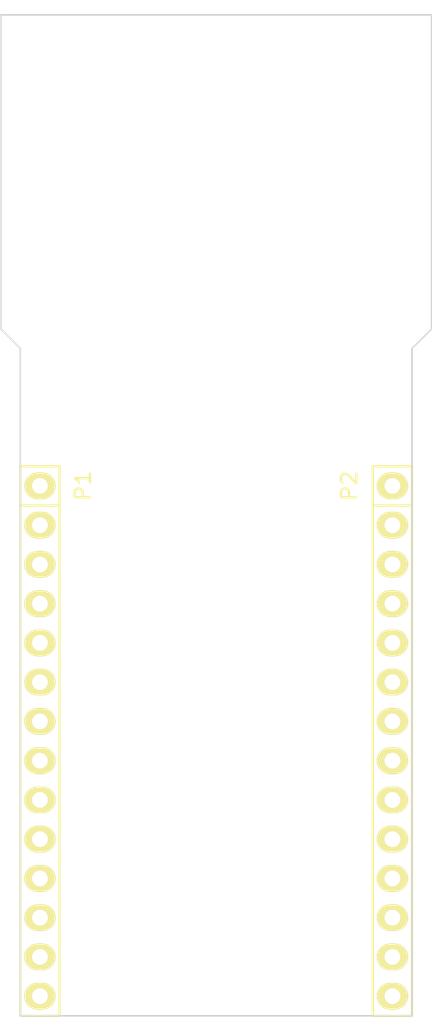
<source format=kicad_pcb>
(kicad_pcb (version 4) (host pcbnew "(2015-03-25 BZR 5536)-product")

  (general
    (links 2)
    (no_connects 2)
    (area 127.457999 61.011999 155.498001 127.481001)
    (thickness 1.6)
    (drawings 29)
    (tracks 0)
    (zones 0)
    (modules 2)
    (nets 27)
  )

  (page A4)
  (title_block
    (date "sam. 04 avril 2015")
  )

  (layers
    (0 F.Cu signal)
    (31 B.Cu signal)
    (32 B.Adhes user)
    (33 F.Adhes user)
    (34 B.Paste user)
    (35 F.Paste user)
    (36 B.SilkS user)
    (37 F.SilkS user)
    (38 B.Mask user)
    (39 F.Mask user)
    (40 Dwgs.User user)
    (41 Cmts.User user)
    (42 Eco1.User user)
    (43 Eco2.User user)
    (44 Edge.Cuts user)
    (45 Margin user)
    (46 B.CrtYd user)
    (47 F.CrtYd user)
    (48 B.Fab user)
    (49 F.Fab user)
  )

  (setup
    (last_trace_width 0.25)
    (trace_clearance 0.2)
    (zone_clearance 0.508)
    (zone_45_only no)
    (trace_min 0.2)
    (segment_width 0.15)
    (edge_width 0.1)
    (via_size 0.6)
    (via_drill 0.4)
    (via_min_size 0.4)
    (via_min_drill 0.3)
    (uvia_size 0.3)
    (uvia_drill 0.1)
    (uvias_allowed no)
    (uvia_min_size 0.2)
    (uvia_min_drill 0.1)
    (pcb_text_width 0.3)
    (pcb_text_size 1.5 1.5)
    (mod_edge_width 0.15)
    (mod_text_size 1 1)
    (mod_text_width 0.15)
    (pad_size 1.5 1.5)
    (pad_drill 0.6)
    (pad_to_mask_clearance 0)
    (aux_axis_origin 128.778 126.746)
    (visible_elements FFFFFF7F)
    (pcbplotparams
      (layerselection 0x00030_80000001)
      (usegerberextensions false)
      (excludeedgelayer true)
      (linewidth 0.100000)
      (plotframeref false)
      (viasonmask false)
      (mode 1)
      (useauxorigin false)
      (hpglpennumber 1)
      (hpglpenspeed 20)
      (hpglpendiameter 15)
      (hpglpenoverlay 2)
      (psnegative false)
      (psa4output false)
      (plotreference true)
      (plotvalue true)
      (plotinvisibletext false)
      (padsonsilk false)
      (subtractmaskfromsilk false)
      (outputformat 1)
      (mirror false)
      (drillshape 1)
      (scaleselection 1)
      (outputdirectory ""))
  )

  (net 0 "")
  (net 1 +3.3V)
  (net 2 GND)
  (net 3 /2)
  (net 4 "/3(**)")
  (net 5 /4)
  (net 6 "/5(**)")
  (net 7 "/6(**)")
  (net 8 /7)
  (net 9 /8)
  (net 10 "/9(**)")
  (net 11 "/10(**/SCK)")
  (net 12 "/11(**/MOSI)")
  (net 13 "/12(MISO)")
  (net 14 "/13(SS)")
  (net 15 /AREF)
  (net 16 /RxI)
  (net 17 /TxO)
  (net 18 /DTR)
  (net 19 /A0)
  (net 20 /A1)
  (net 21 /A2)
  (net 22 /A3)
  (net 23 "/A4(SDA)")
  (net 24 "/A5(SCL)")
  (net 25 /A6)
  (net 26 /A7)

  (net_class Default "This is the default net class."
    (clearance 0.2)
    (trace_width 0.25)
    (via_dia 0.6)
    (via_drill 0.4)
    (uvia_dia 0.3)
    (uvia_drill 0.1)
    (add_net +3.3V)
    (add_net "/10(**/SCK)")
    (add_net "/11(**/MOSI)")
    (add_net "/12(MISO)")
    (add_net "/13(SS)")
    (add_net /2)
    (add_net "/3(**)")
    (add_net /4)
    (add_net "/5(**)")
    (add_net "/6(**)")
    (add_net /7)
    (add_net /8)
    (add_net "/9(**)")
    (add_net /A0)
    (add_net /A1)
    (add_net /A2)
    (add_net /A3)
    (add_net "/A4(SDA)")
    (add_net "/A5(SCL)")
    (add_net /A6)
    (add_net /A7)
    (add_net /AREF)
    (add_net /DTR)
    (add_net /RxI)
    (add_net /TxO)
    (add_net GND)
  )

  (module Socket_Arduino_Fio:Socket_Strip_Straight_1x14 (layer F.Cu) (tedit 551FD5D4) (tstamp 551FD256)
    (at 130.048 92.456 270)
    (descr "Through hole socket strip")
    (tags "socket strip")
    (path /551FCE8A)
    (fp_text reference P1 (at 0 -2.794 270) (layer F.SilkS)
      (effects (font (size 1 1) (thickness 0.15)))
    )
    (fp_text value Digital (at 3.81 -2.794 270) (layer F.Fab)
      (effects (font (size 1 1) (thickness 0.15)))
    )
    (fp_line (start -1.27 -1.27) (end -1.27 1.27) (layer F.SilkS) (width 0.15))
    (fp_line (start -1.27 1.27) (end 1.27 1.27) (layer F.SilkS) (width 0.15))
    (fp_line (start -1.27 -1.27) (end 1.27 -1.27) (layer F.SilkS) (width 0.15))
    (fp_line (start -1.75 -1.75) (end -1.75 1.75) (layer F.CrtYd) (width 0.05))
    (fp_line (start 34.8 -1.75) (end 34.8 1.75) (layer F.CrtYd) (width 0.05))
    (fp_line (start -1.75 -1.75) (end 34.8 -1.75) (layer F.CrtYd) (width 0.05))
    (fp_line (start -1.75 1.75) (end 34.8 1.75) (layer F.CrtYd) (width 0.05))
    (fp_line (start 1.27 -1.27) (end 34.29 -1.27) (layer F.SilkS) (width 0.15))
    (fp_line (start 34.29 -1.27) (end 34.29 1.27) (layer F.SilkS) (width 0.15))
    (fp_line (start 34.29 1.27) (end 1.27 1.27) (layer F.SilkS) (width 0.15))
    (fp_line (start 1.27 1.27) (end 1.27 -1.27) (layer F.SilkS) (width 0.15))
    (pad 1 thru_hole oval (at 0 0 270) (size 1.7272 2.032) (drill 1.016) (layers *.Cu *.Mask F.SilkS)
      (net 1 +3.3V))
    (pad 2 thru_hole oval (at 2.54 0 270) (size 1.7272 2.032) (drill 1.016) (layers *.Cu *.Mask F.SilkS)
      (net 2 GND))
    (pad 3 thru_hole oval (at 5.08 0 270) (size 1.7272 2.032) (drill 1.016) (layers *.Cu *.Mask F.SilkS)
      (net 3 /2))
    (pad 4 thru_hole oval (at 7.62 0 270) (size 1.7272 2.032) (drill 1.016) (layers *.Cu *.Mask F.SilkS)
      (net 4 "/3(**)"))
    (pad 5 thru_hole oval (at 10.16 0 270) (size 1.7272 2.032) (drill 1.016) (layers *.Cu *.Mask F.SilkS)
      (net 5 /4))
    (pad 6 thru_hole oval (at 12.7 0 270) (size 1.7272 2.032) (drill 1.016) (layers *.Cu *.Mask F.SilkS)
      (net 6 "/5(**)"))
    (pad 7 thru_hole oval (at 15.24 0 270) (size 1.7272 2.032) (drill 1.016) (layers *.Cu *.Mask F.SilkS)
      (net 7 "/6(**)"))
    (pad 8 thru_hole oval (at 17.78 0 270) (size 1.7272 2.032) (drill 1.016) (layers *.Cu *.Mask F.SilkS)
      (net 8 /7))
    (pad 9 thru_hole oval (at 20.32 0 270) (size 1.7272 2.032) (drill 1.016) (layers *.Cu *.Mask F.SilkS)
      (net 9 /8))
    (pad 10 thru_hole oval (at 22.86 0 270) (size 1.7272 2.032) (drill 1.016) (layers *.Cu *.Mask F.SilkS)
      (net 10 "/9(**)"))
    (pad 11 thru_hole oval (at 25.4 0 270) (size 1.7272 2.032) (drill 1.016) (layers *.Cu *.Mask F.SilkS)
      (net 11 "/10(**/SCK)"))
    (pad 12 thru_hole oval (at 27.94 0 270) (size 1.7272 2.032) (drill 1.016) (layers *.Cu *.Mask F.SilkS)
      (net 12 "/11(**/MOSI)"))
    (pad 13 thru_hole oval (at 30.48 0 270) (size 1.7272 2.032) (drill 1.016) (layers *.Cu *.Mask F.SilkS)
      (net 13 "/12(MISO)"))
    (pad 14 thru_hole oval (at 33.02 0 270) (size 1.7272 2.032) (drill 1.016) (layers *.Cu *.Mask F.SilkS)
      (net 14 "/13(SS)"))
    (model ${KIPRJMOD}/Socket_Arduino_Fio.3dshapes/Socket_header_Arduino_1x14.wrl
      (at (xyz 0.65 0 0))
      (scale (xyz 1 1 1))
      (rotate (xyz 0 0 180))
    )
  )

  (module Socket_Arduino_Fio:Socket_Strip_Straight_1x14 (layer F.Cu) (tedit 551FD5EA) (tstamp 551FD273)
    (at 152.908 92.456 270)
    (descr "Through hole socket strip")
    (tags "socket strip")
    (path /551FCED2)
    (fp_text reference P2 (at 0 2.794 270) (layer F.SilkS)
      (effects (font (size 1 1) (thickness 0.15)))
    )
    (fp_text value Analog (at 3.81 2.794 270) (layer F.Fab)
      (effects (font (size 1 1) (thickness 0.15)))
    )
    (fp_line (start -1.27 -1.27) (end -1.27 1.27) (layer F.SilkS) (width 0.15))
    (fp_line (start -1.27 1.27) (end 1.27 1.27) (layer F.SilkS) (width 0.15))
    (fp_line (start -1.27 -1.27) (end 1.27 -1.27) (layer F.SilkS) (width 0.15))
    (fp_line (start -1.75 -1.75) (end -1.75 1.75) (layer F.CrtYd) (width 0.05))
    (fp_line (start 34.8 -1.75) (end 34.8 1.75) (layer F.CrtYd) (width 0.05))
    (fp_line (start -1.75 -1.75) (end 34.8 -1.75) (layer F.CrtYd) (width 0.05))
    (fp_line (start -1.75 1.75) (end 34.8 1.75) (layer F.CrtYd) (width 0.05))
    (fp_line (start 1.27 -1.27) (end 34.29 -1.27) (layer F.SilkS) (width 0.15))
    (fp_line (start 34.29 -1.27) (end 34.29 1.27) (layer F.SilkS) (width 0.15))
    (fp_line (start 34.29 1.27) (end 1.27 1.27) (layer F.SilkS) (width 0.15))
    (fp_line (start 1.27 1.27) (end 1.27 -1.27) (layer F.SilkS) (width 0.15))
    (pad 1 thru_hole oval (at 0 0 270) (size 1.7272 2.032) (drill 1.016) (layers *.Cu *.Mask F.SilkS)
      (net 2 GND))
    (pad 2 thru_hole oval (at 2.54 0 270) (size 1.7272 2.032) (drill 1.016) (layers *.Cu *.Mask F.SilkS)
      (net 15 /AREF))
    (pad 3 thru_hole oval (at 5.08 0 270) (size 1.7272 2.032) (drill 1.016) (layers *.Cu *.Mask F.SilkS)
      (net 1 +3.3V))
    (pad 4 thru_hole oval (at 7.62 0 270) (size 1.7272 2.032) (drill 1.016) (layers *.Cu *.Mask F.SilkS)
      (net 16 /RxI))
    (pad 5 thru_hole oval (at 10.16 0 270) (size 1.7272 2.032) (drill 1.016) (layers *.Cu *.Mask F.SilkS)
      (net 17 /TxO))
    (pad 6 thru_hole oval (at 12.7 0 270) (size 1.7272 2.032) (drill 1.016) (layers *.Cu *.Mask F.SilkS)
      (net 18 /DTR))
    (pad 7 thru_hole oval (at 15.24 0 270) (size 1.7272 2.032) (drill 1.016) (layers *.Cu *.Mask F.SilkS)
      (net 19 /A0))
    (pad 8 thru_hole oval (at 17.78 0 270) (size 1.7272 2.032) (drill 1.016) (layers *.Cu *.Mask F.SilkS)
      (net 20 /A1))
    (pad 9 thru_hole oval (at 20.32 0 270) (size 1.7272 2.032) (drill 1.016) (layers *.Cu *.Mask F.SilkS)
      (net 21 /A2))
    (pad 10 thru_hole oval (at 22.86 0 270) (size 1.7272 2.032) (drill 1.016) (layers *.Cu *.Mask F.SilkS)
      (net 22 /A3))
    (pad 11 thru_hole oval (at 25.4 0 270) (size 1.7272 2.032) (drill 1.016) (layers *.Cu *.Mask F.SilkS)
      (net 23 "/A4(SDA)"))
    (pad 12 thru_hole oval (at 27.94 0 270) (size 1.7272 2.032) (drill 1.016) (layers *.Cu *.Mask F.SilkS)
      (net 24 "/A5(SCL)"))
    (pad 13 thru_hole oval (at 30.48 0 270) (size 1.7272 2.032) (drill 1.016) (layers *.Cu *.Mask F.SilkS)
      (net 25 /A6))
    (pad 14 thru_hole oval (at 33.02 0 270) (size 1.7272 2.032) (drill 1.016) (layers *.Cu *.Mask F.SilkS)
      (net 26 /A7))
    (model ${KIPRJMOD}/Socket_Arduino_Fio.3dshapes/Socket_header_Arduino_1x14.wrl
      (at (xyz 0.65 0 0))
      (scale (xyz 1 1 1))
      (rotate (xyz 0 0 180))
    )
  )

  (gr_line (start 138.938 124.206) (end 138.938 119.126) (angle 90) (layer Dwgs.User) (width 0.15))
  (gr_line (start 144.018 124.206) (end 138.938 124.206) (angle 90) (layer Dwgs.User) (width 0.15))
  (gr_line (start 144.018 119.126) (end 144.018 124.206) (angle 90) (layer Dwgs.User) (width 0.15))
  (gr_line (start 138.938 119.126) (end 144.018 119.126) (angle 90) (layer Dwgs.User) (width 0.15))
  (gr_circle (center 141.478 121.666) (end 140.208 121.666) (layer Dwgs.User) (width 0.15))
  (gr_line (start 137.668 117.856) (end 137.668 112.776) (angle 90) (layer Dwgs.User) (width 0.15))
  (gr_line (start 145.288 117.856) (end 137.668 117.856) (angle 90) (layer Dwgs.User) (width 0.15))
  (gr_line (start 145.288 112.776) (end 145.288 117.856) (angle 90) (layer Dwgs.User) (width 0.15))
  (gr_line (start 137.668 112.776) (end 145.288 112.776) (angle 90) (layer Dwgs.User) (width 0.15))
  (gr_line (start 148.59 91.059) (end 148.59 83.693) (angle 90) (layer Dwgs.User) (width 0.15))
  (gr_line (start 152.146 91.059) (end 148.59 91.059) (angle 90) (layer Dwgs.User) (width 0.15))
  (gr_line (start 152.146 83.693) (end 152.146 91.059) (angle 90) (layer Dwgs.User) (width 0.15))
  (gr_line (start 148.59 83.693) (end 152.146 83.693) (angle 90) (layer Dwgs.User) (width 0.15))
  (gr_line (start 140.97 61.087) (end 133.35 61.087) (angle 90) (layer Dwgs.User) (width 0.15))
  (gr_line (start 140.97 70.866) (end 140.97 61.087) (angle 90) (layer Dwgs.User) (width 0.15))
  (gr_line (start 133.35 70.866) (end 140.97 70.866) (angle 90) (layer Dwgs.User) (width 0.15))
  (gr_line (start 133.35 61.087) (end 133.35 70.866) (angle 90) (layer Dwgs.User) (width 0.15))
  (gr_line (start 143.002 70.866) (end 143.002 62.738) (angle 90) (layer Dwgs.User) (width 0.15))
  (gr_line (start 151.13 70.866) (end 143.002 70.866) (angle 90) (layer Dwgs.User) (width 0.15))
  (gr_line (start 151.13 62.738) (end 151.13 70.866) (angle 90) (layer Dwgs.User) (width 0.15))
  (gr_line (start 143.002 62.738) (end 151.13 62.738) (angle 90) (layer Dwgs.User) (width 0.15))
  (gr_line (start 128.778 83.566) (end 128.778 126.746) (angle 90) (layer Edge.Cuts) (width 0.1))
  (gr_line (start 127.508 82.296) (end 128.778 83.566) (angle 90) (layer Edge.Cuts) (width 0.1))
  (gr_line (start 127.508 61.976) (end 127.508 82.296) (angle 90) (layer Edge.Cuts) (width 0.1))
  (gr_line (start 155.448 61.976) (end 127.508 61.976) (angle 90) (layer Edge.Cuts) (width 0.1))
  (gr_line (start 155.448 82.296) (end 155.448 61.976) (angle 90) (layer Edge.Cuts) (width 0.1))
  (gr_line (start 154.178 83.566) (end 155.448 82.296) (angle 90) (layer Edge.Cuts) (width 0.1))
  (gr_line (start 154.178 126.746) (end 154.178 83.566) (angle 90) (layer Edge.Cuts) (width 0.1))
  (gr_line (start 128.778 126.746) (end 154.178 126.746) (angle 90) (layer Edge.Cuts) (width 0.1))

)

</source>
